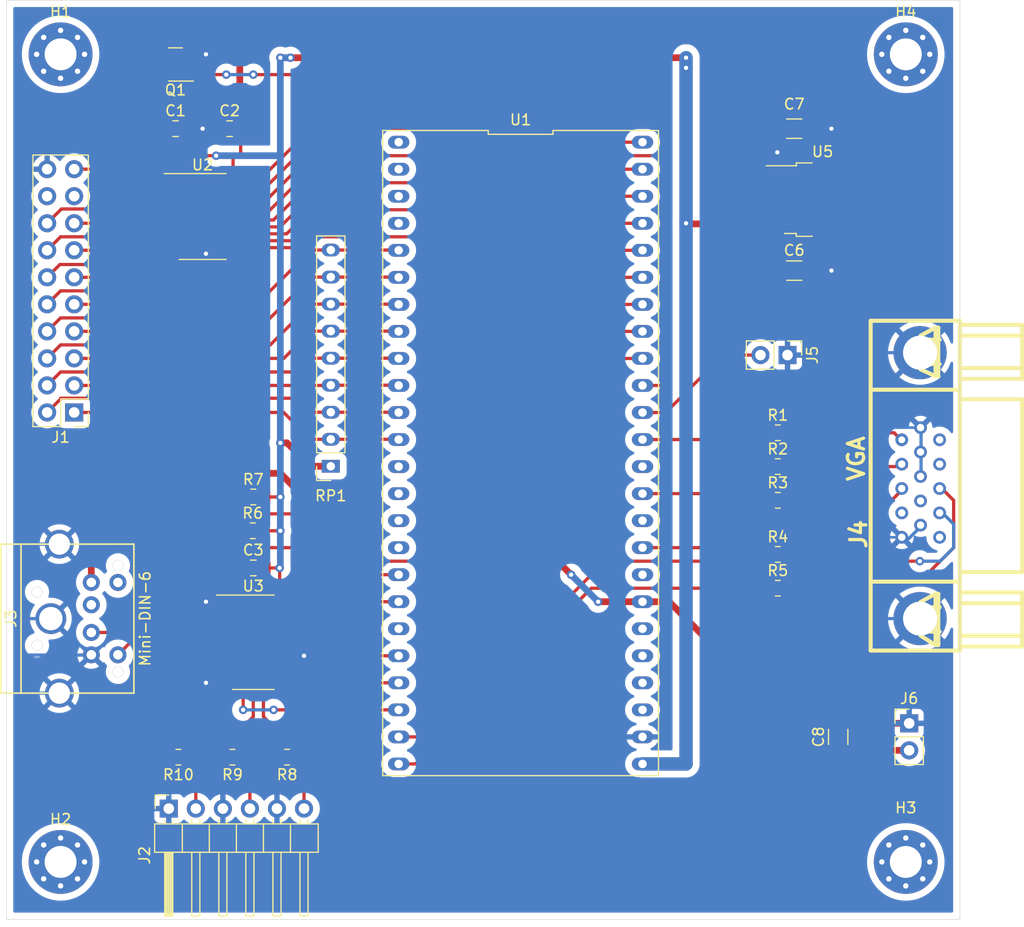
<source format=kicad_pcb>
(kicad_pcb (version 20211014) (generator pcbnew)
  (title_block (date "2022-07-04"))
  (layers (0 "F.Cu" signal) (31 "B.Cu" signal) (34 "B.Paste" user) (35 "F.Paste" user) (36 "B.SilkS" user "B.Silkscreen") (37 "F.SilkS" user "F.Silkscreen") (38 "B.Mask" user) (39 "F.Mask" user) (44 "Edge.Cuts" user))
  (net 0 "")
  (net 1 "+5V")
  (net 2 "GND")
  (net 3 "+3V3")
  (net 4 "D4")
  (net 5 "D7")
  (net 6 "D1")
  (net 7 "D6")
  (net 8 "A0")
  (net 9 "D3")
  (net 10 "A1")
  (net 11 "D5")
  (net 12 "D0")
  (net 13 "A4")
  (net 14 "D2")
  (net 15 "A3")
  (net 16 "A5")
  (net 17 "A7")
  (net 18 "A2")
  (net 19 "+1V8")
  (net 20 "Net-(J5-Pad2)")
  (net 21 "DD3")
  (net 22 "DD4")
  (net 23 "DD5")
  (net 24 "DD6")
  (net 25 "DD7")
  (net 26 "DD2")
  (net 27 "DD0")
  (net 28 "DD1")
  (net 29 "VIDEO_O")
  (net 30 "Net-(J4-Pad3)")
  (net 31 "Net-(J4-Pad2)")
  (net 32 "Net-(J4-Pad1)")
  (net 38 "Net-(J4-Pad13)")
  (net 39 "Net-(J4-Pad14)")
  (net 41 "VGA_RED")
  (net 42 "VGA_GREEN")
  (net 43 "VGA_BLUE")
  (net 44 "VGA_HSYNC")
  (net 45 "VGA_VSYNC")
  (net 50 "VSYNC_O")
  (net 51 "HSYNC_O")
  (net 55 "RST")
  (net 56 "VSYNC")
  (net 57 "VIDEO")
  (net 58 "HSYNC")
  (net 59 "HSYNCX")
  (net 60 "VIDEOX")
  (net 61 "VSYNCX")
  (net 62 "A6")
  (net 64 "RST_NX")
  (net 69 "PS2_CLK")
  (net 70 "PS2_DTA")
  (net 72 "DEN_N")
  (net 73 "RST_N")
  (footprint "Capacitor_SMD:C_0805_2012Metric_Pad1.18x1.45mm_HandSolder" (layer "F.Cu") (at 111.125 55.88)
    (fp_text reference "C2")
    (fp_text value "0.1uF")
  )
  (footprint "Capacitor_SMD:C_1206_3216Metric_Pad1.33x1.80mm_HandSolder" (layer "F.Cu") (at 164.1475 55.88)
    (fp_text reference "C7")
    (fp_text value "10u")
  )
  (footprint "MountingHole:MountingHole_3mm_Pad_Via" (layer "F.Cu") (at 174.625 124.7775)
    (fp_text reference "H3")
    (fp_text value "MountingHole")
  )
  (footprint "Resistor_SMD:R_0805_2012Metric_Pad1.20x1.40mm_HandSolder" (layer "F.Cu") (at 162.6075 99.06)
    (fp_text reference "R5")
    (fp_text value "200")
  )
  (footprint "TRS-IO-M1:DB_15F-VGA" (layer "F.Cu") (at 178.435 89.42324 90)
    (fp_text reference "J4")
    (fp_text value "VGA")
  )
  (footprint "Connector_PinHeader_2.54mm:PinHeader_1x02_P2.54mm_Vertical" (layer "F.Cu") (at 174.9425 111.755)
    (fp_text reference "J6")
    (fp_text value "Power")
  )
  (footprint "Package_SO:SO-14_3.9x8.65mm_P1.27mm" (layer "F.Cu") (at 113.3475 104.14)
    (fp_text reference "U3")
    (fp_text value "74LVC125")
  )
  (footprint "Package_TO_SOT_SMD:TO-252-3_TabPin2" (layer "F.Cu") (at 166.81 62.5475)
    (fp_text reference "U5")
    (fp_text value "LD1117DT18TR")
  )
  (footprint "Connector_PinHeader_2.54mm:PinHeader_2x10_P2.54mm_Vertical" (layer "F.Cu") (at 96.525 82.545 180)
    (fp_text reference "J1")
    (fp_text value "Keyboard")
  )
  (footprint "Capacitor_SMD:C_0805_2012Metric_Pad1.18x1.45mm_HandSolder" (layer "F.Cu") (at 106.045 55.88)
    (fp_text reference "C1")
    (fp_text value "0.1uF")
  )
  (footprint "Resistor_SMD:R_0805_2012Metric_Pad1.20x1.40mm_HandSolder" (layer "F.Cu") (at 113.3475 90.4875)
    (fp_text reference "R7")
    (fp_text value "2K")
  )
  (footprint "Resistor_SMD:R_0805_2012Metric_Pad1.20x1.40mm_HandSolder" (layer "F.Cu") (at 162.6075 90.805)
    (fp_text reference "R3")
    (fp_text value "200")
  )
  (footprint "TRS-80:minidin_6_ps2_pcb_mount" (layer "F.Cu") (at 95.885 101.9175 90)
    (fp_text reference "J3")
    (fp_text value "Mini-DIN-6")
  )
  (footprint "Capacitor_SMD:C_1206_3216Metric_Pad1.33x1.80mm_HandSolder" (layer "F.Cu") (at 168.275 113.03 90)
    (fp_text reference "C8")
    (fp_text value "10u")
  )
  (footprint "Connector_PinSocket_2.54mm:PinSocket_1x09_P2.54mm_Vertical" (layer "F.Cu") (at 120.6246 87.6046 180)
    (fp_text reference "RP1")
    (fp_text value "R 1kx8")
  )
  (footprint "MountingHole:MountingHole_3mm_Pad_Via" (layer "F.Cu") (at 95.25 48.895)
    (fp_text reference "H1")
    (fp_text value "MountingHole")
  )
  (footprint "Resistor_SMD:R_0805_2012Metric_Pad1.20x1.40mm_HandSolder" (layer "F.Cu") (at 162.6075 87.63)
    (fp_text reference "R2")
    (fp_text value "200")
  )
  (footprint "Capacitor_SMD:C_1206_3216Metric_Pad1.33x1.80mm_HandSolder" (layer "F.Cu") (at 164.1475 69.215)
    (fp_text reference "C6")
    (fp_text value "10u")
  )
  (footprint "Connector_PinHeader_2.54mm:PinHeader_1x06_P2.54mm_Horizontal" (layer "F.Cu") (at 105.41 128.5675 90)
    (fp_text reference "J2")
    (fp_text value "Conn_01x06_Male")
  )
  (footprint "MountingHole:MountingHole_3mm_Pad_Via" (layer "F.Cu") (at 95.25 124.7775)
    (fp_text reference "H2")
    (fp_text value "MountingHole")
  )
  (footprint "Resistor_SMD:R_0805_2012Metric_Pad1.20x1.40mm_HandSolder" (layer "F.Cu") (at 111.395 114.935 180)
    (fp_text reference "R9")
    (fp_text value "10k")
  )
  (footprint "Resistor_SMD:R_0805_2012Metric_Pad1.20x1.40mm_HandSolder" (layer "F.Cu") (at 162.6075 84.455)
    (fp_text reference "R1")
    (fp_text value "200")
  )
  (footprint "MountingHole:MountingHole_3mm_Pad_Via" (layer "F.Cu") (at 174.625 48.895)
    (fp_text reference "H4")
    (fp_text value "MountingHole")
  )
  (footprint "Resistor_SMD:R_0805_2012Metric_Pad1.20x1.40mm_HandSolder" (layer "F.Cu") (at 162.6075 95.885)
    (fp_text reference "R4")
    (fp_text value "200")
  )
  (footprint "Package_TO_SOT_SMD:SOT-23" (layer "F.Cu") (at 106.045 49.8475 180)
    (fp_text reference "Q1")
    (fp_text value "2N2702")
  )
  (footprint "Capacitor_SMD:C_0805_2012Metric_Pad1.18x1.45mm_HandSolder" (layer "F.Cu") (at 113.3475 97.155)
    (fp_text reference "C3")
    (fp_text value "0.1uF")
  )
  (footprint "Connector_PinHeader_2.54mm:PinHeader_1x02_P2.54mm_Vertical" (layer "F.Cu") (at 163.5175 77.1525 -90)
    (fp_text reference "J5")
    (fp_text value "Test")
  )
  (footprint "Resistor_SMD:R_0805_2012Metric_Pad1.20x1.40mm_HandSolder" (layer "F.Cu") (at 113.3 93.6625)
    (fp_text reference "R6")
    (fp_text value "2K")
  )
  (footprint "Package_SO:TSSOP-24_4.4x7.8mm_P0.65mm" (layer "F.Cu") (at 108.585 64.135)
    (fp_text reference "U2")
    (fp_text value "SN74LVCH8T245")
  )
  (footprint "Resistor_SMD:R_0805_2012Metric_Pad1.20x1.40mm_HandSolder" (layer "F.Cu") (at 116.5225 114.935 180)
    (fp_text reference "R8")
    (fp_text value "10k")
  )
  (footprint "Resistor_SMD:R_0805_2012Metric_Pad1.20x1.40mm_HandSolder" (layer "F.Cu") (at 106.315 114.935 180)
    (fp_text reference "R10")
    (fp_text value "10k")
  )
  (footprint "TRS-IO-M1:DIP-48_W22.9mm" (layer "F.Cu") (at 138.45 86.36 -90)
    (fp_text reference "U1")
    (fp_text value "Tango_Nano_9K")
  )
  (gr_line (start 90.17 43.815) (end 179.705 43.815) (layer "Edge.Cuts") (width 0.05))
  (gr_line (start 179.705 130.175) (end 90.17 130.175) (layer "Edge.Cuts") (width 0.05))
  (gr_line (start 179.705 43.815) (end 179.705 130.175) (layer "Edge.Cuts") (width 0.05))
  (gr_line (start 90.17 130.175) (end 90.17 43.815) (layer "Edge.Cuts") (width 0.05))
  (segment (start 106.68 88.265) (end 115.8875 88.265) (width 0.635) (layer "F.Cu") (net 1))
  (segment (start 98.1075 96.8375) (end 106.68 88.265) (width 0.635) (layer "F.Cu") (net 1))
  (segment (start 141.9225 96.52) (end 128.27 96.52) (width 0.635) (layer "F.Cu") (net 1))
  (segment (start 143.1925 97.79) (end 141.9225 96.52) (width 0.635) (layer "F.Cu") (net 1))
  (segment (start 152.4 100.33) (end 166.6625 114.5925) (width 0.635) (layer "F.Cu") (net 1))
  (segment (start 145.7325 100.33) (end 152.4 100.33) (width 0.635) (layer "F.Cu") (net 1))
  (segment (start 174.942502 114.294996) (end 168.572504 114.294996) (width 0.635) (layer "F.Cu") (net 1))
  (segment (start 124.1425 96.52) (end 125.4125 96.52) (width 0.635) (layer "F.Cu") (net 1))
  (segment (start 98.135 96.865) (end 98.1075 96.8375) (width 0.3048) (layer "F.Cu") (net 1))
  (segment (start 128.27 96.52) (end 125.4125 96.52) (width 0.3048) (layer "F.Cu") (net 1))
  (segment (start 115.8875 88.265) (end 124.1425 96.52) (width 0.635) (layer "F.Cu") (net 1))
  (segment (start 166.6625 114.5925) (end 168.275 114.5925) (width 0.635) (layer "F.Cu") (net 1))
  (segment (start 98.135008 98.517507) (end 98.135008 96.865008) (width 0.635) (layer "F.Cu") (net 1))
  (via (at 143.1925 97.79) (size 0.8) (drill 0.4) (layers "F.Cu" "B.Cu") (net 1))
  (via (at 145.7325 100.33) (size 0.8) (drill 0.4) (layers "F.Cu" "B.Cu") (net 1))
  (segment (start 145.7325 100.33) (end 143.1925 97.79) (width 0.635) (layer "B.Cu") (net 1))
  (segment (start 162.610013 60.267494) (end 162.610013 58.152513) (width 0.635) (layer "F.Cu") (net 2))
  (segment (start 105.722496 67.709999) (end 105.722496 67.059988) (width 0.3048) (layer "F.Cu") (net 2))
  (segment (start 105.41 115.03) (end 105.41 119.7675) (width 0.3048) (layer "F.Cu") (net 2))
  (segment (start 165.710006 69.215) (end 167.64 69.215) (width 0.635) (layer "F.Cu") (net 2))
  (segment (start 106.9825 48.8975) (end 108.9 48.8975) (width 0.3048) (layer "F.Cu") (net 2))
  (segment (start 115.57 114.9825) (end 115.57 119.7675) (width 0.3048) (layer "F.Cu") (net 2))
  (segment (start 107.397499 67.709999) (end 105.722496 67.709999) (width 0.3048) (layer "F.Cu") (net 2))
  (segment (start 108.9 48.8975) (end 108.9025 48.895) (width 0.3048) (layer "F.Cu") (net 2))
  (segment (start 110.8725 101.6) (end 112.395 101.6) (width 0.3048) (layer "F.Cu") (net 2))
  (segment (start 111.447504 67.709999) (end 107.397499 67.709999) (width 0.3048) (layer "F.Cu") (net 2))
  (segment (start 105.722496 61.210012) (end 107.397499 61.210012) (width 0.3048) (layer "F.Cu") (net 2))
  (segment (start 110.8725 104.14) (end 112.395 104.14) (width 0.3048) (layer "F.Cu") (net 2))
  (segment (start 110.49 115.03) (end 110.49 119.7675) (width 0.3048) (layer "F.Cu") (net 2))
  (segment (start 174.942502 111.754996) (end 168.562496 111.754996) (width 0.635) (layer "F.Cu") (net 2))
  (segment (start 112.395 98.7425) (end 112.395 97.24) (width 0.3048) (layer "F.Cu") (net 2))
  (segment (start 108.9025 100.33) (end 110.8725 100.33) (width 0.3048) (layer "F.Cu") (net 2))
  (segment (start 107.397499 61.210012) (end 107.397499 67.709999) (width 0.3048) (layer "F.Cu") (net 2))
  (segment (start 110.8725 100.33) (end 110.8725 101.6) (width 0.3048) (layer "F.Cu") (net 2))
  (segment (start 115.8225 105.41) (end 118.11 105.41) (width 0.3048) (layer "F.Cu") (net 2))
  (segment (start 162.61 58.1525) (end 162.56 58.1025) (width 0.3048) (layer "F.Cu") (net 2))
  (segment (start 110.8075 98.7425) (end 112.395 98.7425) (width 0.3048) (layer "F.Cu") (net 2))
  (segment (start 112.395 104.14) (end 112.395 101.6) (width 0.3048) (layer "F.Cu") (net 2))
  (segment (start 110.8075 100.265) (end 110.8075 98.7425) (width 0.3048) (layer "F.Cu") (net 2))
  (segment (start 108.9025 107.95) (end 110.8725 107.95) (width 0.3048) (layer "F.Cu") (net 2))
  (segment (start 112.395 101.6) (end 115.8225 101.6) (width 0.3048) (layer "F.Cu") (net 2))
  (segment (start 165.710006 55.88) (end 167.64 55.88) (width 0.635) (layer "F.Cu") (net 2))
  (segment (start 107.082488 55.88) (end 110.087512 55.88) (width 0.3048) (layer "F.Cu") (net 2))
  (via (at 108.9025 67.6275) (size 0.8) (drill 0.4) (layers "F.Cu" "B.Cu") (net 2))
  (via (at 162.56 58.1025) (size 0.8) (drill 0.4) (layers "F.Cu" "B.Cu") (net 2))
  (via (at 167.64 55.88) (size 0.8) (drill 0.4) (layers "F.Cu" "B.Cu") (net 2))
  (via (at 108.9025 107.95) (size 0.8) (drill 0.4) (layers "F.Cu" "B.Cu") (net 2))
  (via (at 108.585 55.88) (size 0.8) (drill 0.4) (layers "F.Cu" "B.Cu") (net 2))
  (via (at 108.9025 48.895) (size 0.8) (drill 0.4) (layers "F.Cu" "B.Cu") (net 2))
  (via (at 167.64 69.215) (size 0.8) (drill 0.4) (layers "F.Cu" "B.Cu") (net 2))
  (via (at 118.11 105.41) (size 0.8) (drill 0.4) (layers "F.Cu" "B.Cu") (net 2))
  (via (at 108.9025 100.33) (size 0.8) (drill 0.4) (layers "F.Cu" "B.Cu") (net 2))
  (segment (start 108.9025 46.0375) (end 100.0125 46.0375) (width 0.3048) (layer "B.Cu") (net 2))
  (segment (start 115.57 127) (end 110.49 127) (width 0.3048) (layer "B.Cu") (net 2))
  (segment (start 174.2446 94.2721) (end 171.4754 94.2721) (width 0.25) (layer "B.Cu") (net 2))
  (segment (start 93.985 54.2975) (end 93.985 59.685) (width 0.3048) (layer "B.Cu") (net 2))
  (segment (start 171.45 83.82) (end 171.45 94.2975) (width 0.3048) (layer "B.Cu") (net 2))
  (segment (start 167.64 69.215) (end 171.45 69.215) (width 0.3048) (layer "B.Cu") (net 2))
  (segment (start 110.49 119.7675) (end 110.49 127) (width 0.3048) (layer "B.Cu") (net 2))
  (segment (start 174.91634 94.38386) (end 176.0568 93.2434) (width 0.3048) (layer "B.Cu") (net 2))
  (segment (start 98.113079 105.339421) (end 91.686921 105.339421) (width 0.3048) (layer "B.Cu") (net 2))
  (segment (start 108.9025 67.6275) (end 108.9025 100.33) (width 0.3048) (layer "B.Cu") (net 2))
  (segment (start 167.64 55.88) (end 171.45 55.88) (width 0.3048) (layer "B.Cu") (net 2))
  (segment (start 170.18 120.9675) (end 170.18 127) (width 0.3048) (layer "B.Cu") (net 2))
  (segment (start 108.9025 48.895) (end 108.9025 55.88) (width 0.3048) (layer "B.Cu") (net 2))
  (segment (start 171.59732 83.96732) (end 171.45 83.82) (width 0.25) (layer "B.Cu") (net 2))
  (segment (start 170.18 127) (end 146.05 127) (width 0.3048) (layer "B.Cu") (net 2))
  (segment (start 171.45 77.1525) (end 171.45 76.835) (width 0.3048) (layer "B.Cu") (net 2))
  (segment (start 108.9025 100.33) (end 108.9025 105.41) (width 0.3048) (layer "B.Cu") (net 2))
  (segment (start 171.45 55.88) (end 171.45 58.1025) (width 0.3048) (layer "B.Cu") (net 2))
  (segment (start 91.44 119.0625) (end 91.44 108.9025) (width 0.3048) (layer "B.Cu") (net 2))
  (segment (start 95.135 94.9175) (end 91.455 94.9175) (width 0.3048) (layer "B.Cu") (net 2))
  (segment (start 110.49 127) (end 105.41 127) (width 0.3048) (layer "B.Cu") (net 2))
  (segment (start 163.5175 77.1525) (end 171.45 77.1525) (width 0.3048) (layer "B.Cu") (net 2))
  (segment (start 91.455 104.79) (end 91.44 104.775) (width 0.3048) (layer "B.Cu") (net 2))
  (segment (start 174.9425 111.755) (end 171.455 111.755) (width 0.3048) (layer "B.Cu") (net 2))
  (segment (start 108.9025 55.88) (end 108.9025 67.6275) (width 0.3048) (layer "B.Cu") (net 2))
  (segment (start 95.135 108.9175) (end 91.455 108.9175) (width 0.3048) (layer "B.Cu") (net 2))
  (segment (start 91.44 101.2825) (end 91.44 97.79) (width 0.3048) (layer "B.Cu") (net 2))
  (segment (start 91.455 108.9175) (end 91.44 108.9025) (width 0.3048) (layer "B.Cu") (net 2))
  (segment (start 171.45 94.2975) (end 171.45 101.9175) (width 0.3048) (layer "B.Cu") (net 2))
  (segment (start 91.44 104.775) (end 91.44 101.9175) (width 0.3048) (layer "B.Cu") (net 2))
  (segment (start 171.54398 76.92898) (end 171.45 76.835) (width 0.25) (layer "B.Cu") (net 2))
  (segment (start 105.41 119.7675) (end 105.41 127) (width 0.3048) (layer "B.Cu") (net 2))
  (segment (start 171.45 76.835) (end 171.45 69.215) (width 0.3048) (layer "B.Cu") (net 2))
  (segment (start 176.0568 88.6714) (end 176.0568 84.07908) (width 0.3048) (layer "B.Cu") (net 2))
  (segment (start 146.05 113.03) (end 146.05 127) (width 0.3048) (layer "B.Cu") (net 2))
  (segment (start 175.96358 101.9175) (end 171.45 101.9175) (width 0.3048) (layer "B.Cu") (net 2))
  (segment (start 175.96358 76.92898) (end 171.54398 76.92898) (width 0.3048) (layer "B.Cu") (net 2))
  (segment (start 91.44 108.9025) (end 91.44 105.0925) (width 0.3048) (layer "B.Cu") (net 2))
  (segment (start 162.56 58.1025) (end 171.45 58.1025) (width 0.3048) (layer "B.Cu") (net 2))
  (segment (start 176.0093 83.96732) (end 171.59732 83.96732) (width 0.25) (layer "B.Cu") (net 2))
  (segment (start 170.18 53.0225) (end 170.18 46.0375) (width 0.3048) (layer "B.Cu") (net 2))
  (segment (start 91.44 105.0925) (end 91.44 104.775) (width 0.3048) (layer "B.Cu") (net 2))
  (segment (start 91.686921 105.339421) (end 91.44 105.0925) (width 0.3048) (layer "B.Cu") (net 2))
  (segment (start 108.9025 46.0375) (end 108.9025 48.895) (width 0.3048) (layer "B.Cu") (net 2))
  (segment (start 171.45 77.1525) (end 171.45 83.82) (width 0.3048) (layer "B.Cu") (net 2))
  (segment (start 171.45 69.215) (end 171.45 58.1025) (width 0.3048) (layer "B.Cu") (net 2))
  (segment (start 100.0125 46.0375) (end 100.0125 54.2925) (width 0.3048) (layer "B.Cu") (net 2))
  (segment (start 170.18 46.0375) (end 108.9025 46.0375) (width 0.3048) (layer "B.Cu") (net 2))
  (segment (start 171.45 111.76) (end 171.45 120.9675) (width 0.3048) (layer "B.Cu") (net 2))
  (segment (start 94.335 101.9175) (end 91.44 101.9175) (width 0.3048) (layer "B.Cu") (net 2))
  (segment (start 93.98 54.2925) (end 93.985 54.2975) (width 0.3048) (layer "B.Cu") (net 2))
  (segment (start 91.455 94.9175) (end 91.44 94.9325) (width 0.3048) (layer "B.Cu") (net 2))
  (segment (start 149.9 113.03) (end 146.05 113.03) (width 0.3048) (layer "B.Cu") (net 2))
  (segment (start 146.05 127) (end 115.57 127) (width 0.3048) (layer "B.Cu") (net 2))
  (segment (start 171.45 101.9175) (end 171.45 111.76) (width 0.3048) (layer "B.Cu") (net 2))
  (segment (start 100.0125 119.0625) (end 91.44 119.0625) (width 0.3048) (layer "B.Cu") (net 2))
  (segment (start 91.44 97.79) (end 91.44 94.9325) (width 0.3048) (layer "B.Cu") (net 2))
  (segment (start 174.2921 94.38386) (end 174.91634 94.38386) (width 0.3048) (layer "B.Cu") (net 2))
  (segment (start 115.57 119.7675) (end 115.57 127) (width 0.3048) (layer "B.Cu") (net 2))
  (segment (start 100.0125 127) (end 100.0125 119.0625) (width 0.3048) (layer "B.Cu") (net 2))
  (segment (start 91.44 101.9175) (end 91.44 101.2825) (width 0.3048) (layer "B.Cu") (net 2))
  (segment (start 100.0125 54.2925) (end 93.98 54.2925) (width 0.3048) (layer "B.Cu") (net 2))
  (segment (start 171.4754 94.2721) (end 171.45 94.2975) (width 0.25) (layer "B.Cu") (net 2))
  (segment (start 171.45 120.9675) (end 170.18 120.9675) (width 0.3048) (layer "B.Cu") (net 2))
  (segment (start 105.41 127) (end 100.0125 127) (width 0.3048) (layer "B.Cu") (net 2))
  (segment (start 171.455 111.755) (end 171.45 111.76) (width 0.3048) (layer "B.Cu") (net 2))
  (segment (start 118.11 105.41) (end 108.9025 105.41) (width 0.3048) (layer "B.Cu") (net 2))
  (segment (start 171.45 53.0225) (end 170.18 53.0225) (width 0.3048) (layer "B.Cu") (net 2))
  (segment (start 108.9025 55.88) (end 108.585 55.88) (width 0.3048) (layer "B.Cu") (net 2))
  (segment (start 171.45 55.88) (end 171.45 53.0225) (width 0.3048) (layer "B.Cu") (net 2))
  (segment (start 108.9025 105.41) (end 108.9025 107.95) (width 0.3048) (layer "B.Cu") (net 2))
  (segment (start 153.9875 49.2125) (end 153.9875 50.165) (width 0.635) (layer "F.Cu") (net 3))
  (segment (start 153.9875 49.2125) (end 115.8875 49.2125) (width 0.635) (layer "F.Cu") (net 3))
  (segment (start 120.6246 87.6046) (end 118.7196 87.6046) (width 0.635) (layer "F.Cu") (net 3))
  (segment (start 162.610013 64.827506) (end 154.045006 64.827506) (width 0.635) (layer "F.Cu") (net 3))
  (segment (start 105.7275 58.42) (end 109.855 58.42) (width 0.3048) (layer "F.Cu") (net 3))
  (segment (start 105.722496 60.560001) (end 105.722496 58.425004) (width 0.3048) (layer "F.Cu") (net 3))
  (segment (start 115.8225 100.33) (end 115.8225 97.155) (width 0.3048) (layer "F.Cu") (net 3))
  (segment (start 116.5225 85.4075) (end 115.8875 85.4075) (width 0.635) (layer "F.Cu") (net 3))
  (segment (start 162.610013 69.190006) (end 162.610013 64.827506) (width 0.635) (layer "F.Cu") (net 3))
  (segment (start 105.007512 58.335012) (end 105.007512 55.88) (width 0.3048) (layer "F.Cu") (net 3))
  (segment (start 105.0925 58.42) (end 105.0075 58.335) (width 0.25) (layer "F.Cu") (net 3))
  (segment (start 114.3 93.6625) (end 115.8875 93.6625) (width 0.3048) (layer "F.Cu") (net 3))
  (segment (start 154.045 64.8275) (end 153.9875 64.77) (width 0.3048) (layer "F.Cu") (net 3))
  (segment (start 114.385 97.155) (end 115.8225 97.155) (width 0.3048) (layer "F.Cu") (net 3))
  (segment (start 105.7275 58.42) (end 105.0925 58.42) (width 0.3048) (layer "F.Cu") (net 3))
  (segment (start 118.7196 87.6046) (end 116.5225 85.4075) (width 0.635) (layer "F.Cu") (net 3))
  (segment (start 105.7225 58.425) (end 105.7275 58.42) (width 0.25) (layer "F.Cu") (net 3))
  (segment (start 114.3475 90.4875) (end 115.8875 90.4875) (width 0.3048) (layer "F.Cu") (net 3))
  (via (at 115.8875 90.4875) (size 0.8) (drill 0.4) (layers "F.Cu" "B.Cu") (net 3))
  (via (at 115.8875 85.4075) (size 0.8) (drill 0.4) (layers "F.Cu" "B.Cu") (net 3))
  (via (at 116.84 49.2125) (size 0.8) (drill 0.4) (layers "F.Cu" "B.Cu") (net 3))
  (via (at 109.855 58.42) (size 0.8) (drill 0.4) (layers "F.Cu" "B.Cu") (net 3))
  (via (at 115.8875 49.2125) (size 0.8) (drill 0.4) (layers "F.Cu" "B.Cu") (net 3))
  (via (at 115.8875 93.6625) (size 0.8) (drill 0.4) (layers "F.Cu" "B.Cu") (net 3))
  (via (at 153.9875 50.165) (size 0.8) (drill 0.4) (layers "F.Cu" "B.Cu") (net 3))
  (via (at 153.9875 49.2125) (size 0.8) (drill 0.4) (layers "F.Cu" "B.Cu") (net 3))
  (via (at 153.9875 64.77) (size 0.8) (drill 0.4) (layers "F.Cu" "B.Cu") (net 3))
  (via (at 115.8225 97.155) (size 0.8) (drill 0.4) (layers "F.Cu" "B.Cu") (net 3))
  (segment (start 109.855 58.42) (end 115.8875 58.42) (width 0.635) (layer "B.Cu") (net 3))
  (segment (start 115.8875 97.09) (end 115.8225 97.155) (width 0.635) (layer "B.Cu") (net 3))
  (segment (start 153.9875 64.77) (end 153.9875 49.2125) (width 1.27) (layer "B.Cu") (net 3))
  (segment (start 115.8875 85.4075) (end 115.8875 58.42) (width 0.635) (layer "B.Cu") (net 3))
  (segment (start 115.8875 58.42) (end 115.8875 49.2125) (width 0.635) (layer "B.Cu") (net 3))
  (segment (start 115.8875 49.2125) (end 116.84 49.2125) (width 0.635) (layer "B.Cu") (net 3))
  (segment (start 115.8875 85.4075) (end 115.8875 97.09) (width 0.635) (layer "B.Cu") (net 3))
  (segment (start 153.9875 115.57) (end 153.9875 64.77) (width 1.27) (layer "B.Cu") (net 3))
  (segment (start 149.900005 115.57) (end 153.9875 115.57) (width 1.27) (layer "B.Cu") (net 3))
  (segment (start 101.925 63.81) (end 105.7225 63.81) (width 0.3048) (layer "F.Cu") (net 4))
  (segment (start 98.43 67.305) (end 101.925 63.81) (width 0.3048) (layer "F.Cu") (net 4))
  (segment (start 96.525 67.305) (end 98.43 67.305) (width 0.3048) (layer "F.Cu") (net 4))
  (segment (start 93.985 64.765) (end 95.323089 63.426911) (width 0.3048) (layer "F.Cu") (net 5))
  (segment (start 100.065 61.86) (end 105.7225 61.86) (width 0.3048) (layer "F.Cu") (net 5))
  (segment (start 98.425 63.5) (end 100.065 61.86) (width 0.3048) (layer "F.Cu") (net 5))
  (segment (start 95.323089 63.426911) (end 98.351911 63.426911) (width 0.3048) (layer "F.Cu") (net 5))
  (segment (start 98.351911 63.426911) (end 98.425 63.5) (width 0.3048) (layer "F.Cu") (net 5))
  (segment (start 93.985 72.385) (end 95.25 71.12) (width 0.3048) (layer "F.Cu") (net 6))
  (segment (start 98.425 71.12) (end 103.785 65.76) (width 0.3048) (layer "F.Cu") (net 6))
  (segment (start 95.25 71.12) (end 98.425 71.12) (width 0.3048) (layer "F.Cu") (net 6))
  (segment (start 103.785 65.76) (end 105.7225 65.76) (width 0.3048) (layer "F.Cu") (net 6))
  (segment (start 98.42 64.765) (end 98.425 64.77) (width 0.3048) (layer "F.Cu") (net 7))
  (segment (start 96.525 64.765) (end 98.42 64.765) (width 0.3048) (layer "F.Cu") (net 7))
  (segment (start 98.425 64.77) (end 100.685 62.51) (width 0.3048) (layer "F.Cu") (net 7))
  (segment (start 100.685 62.51) (end 105.7225 62.51) (width 0.3048) (layer "F.Cu") (net 7))
  (segment (start 118.7704 85.0646) (end 120.6246 85.0646) (width 0.3048) (layer "F.Cu") (net 8))
  (segment (start 120.6246 85.0646) (end 126.9746 85.0646) (width 0.3048) (layer "F.Cu") (net 8))
  (segment (start 96.525 82.545) (end 116.2 82.545) (width 0.3048) (layer "F.Cu") (net 8))
  (segment (start 116.2 82.545) (end 118.745 85.09) (width 0.3048) (layer "F.Cu") (net 8))
  (segment (start 118.745 85.09) (end 118.7704 85.0646) (width 0.3048) (layer "F.Cu") (net 8))
  (segment (start 98.361911 68.643089) (end 102.5525 64.4525) (width 0.3048) (layer "F.Cu") (net 9))
  (segment (start 93.985 69.845) (end 95.186911 68.643089) (width 0.3048) (layer "F.Cu") (net 9))
  (segment (start 102.5525 64.4525) (end 105.715 64.4525) (width 0.3048) (layer "F.Cu") (net 9))
  (segment (start 95.186911 68.643089) (end 98.361911 68.643089) (width 0.3048) (layer "F.Cu") (net 9))
  (segment (start 120.6246 82.5246) (end 126.9746 82.5246) (width 0.3048) (layer "F.Cu") (net 10))
  (segment (start 95.25 81.206911) (end 117.401911 81.206911) (width 0.3048) (layer "F.Cu") (net 10))
  (segment (start 93.985 82.545) (end 95.25 81.28) (width 0.3048) (layer "F.Cu") (net 10))
  (segment (start 117.401911 81.206911) (end 118.745 82.55) (width 0.3048) (layer "F.Cu") (net 10))
  (segment (start 118.745 82.55) (end 118.7704 82.5246) (width 0.3048) (layer "F.Cu") (net 10))
  (segment (start 118.7704 82.5246) (end 120.6246 82.5246) (width 0.3048) (layer "F.Cu") (net 10))
  (segment (start 95.25 66.04) (end 98.425 66.04) (width 0.3048) (layer "F.Cu") (net 11))
  (segment (start 98.425 66.04) (end 101.305 63.16) (width 0.3048) (layer "F.Cu") (net 11))
  (segment (start 101.305 63.16) (end 105.7225 63.16) (width 0.3048) (layer "F.Cu") (net 11))
  (segment (start 93.985 67.305) (end 95.25 66.04) (width 0.3048) (layer "F.Cu") (net 11))
  (segment (start 96.525 72.385) (end 98.43 72.385) (width 0.3048) (layer "F.Cu") (net 12))
  (segment (start 104.405 66.41) (end 105.7225 66.41) (width 0.3048) (layer "F.Cu") (net 12))
  (segment (start 98.43 72.385) (end 104.405 66.41) (width 0.3048) (layer "F.Cu") (net 12))
  (segment (start 118.7704 74.9046) (end 120.6246 74.9046) (width 0.3048) (layer "F.Cu") (net 13))
  (segment (start 120.6246 74.9046) (end 126.9746 74.9046) (width 0.3048) (layer "F.Cu") (net 13))
  (segment (start 116.21 77.465) (end 118.7704 74.9046) (width 0.3048) (layer "F.Cu") (net 13))
  (segment (start 96.525 77.465) (end 116.21 77.465) (width 0.3048) (layer "F.Cu") (net 13))
  (segment (start 103.1875 65.0875) (end 105.7 65.0875) (width 0.3048) (layer "F.Cu") (net 14))
  (segment (start 96.525 69.845) (end 98.42 69.845) (width 0.3048) (layer "F.Cu") (net 14))
  (segment (start 98.42 69.845) (end 98.425 69.85) (width 0.3048) (layer "F.Cu") (net 14))
  (segment (start 98.425 69.85) (end 103.1875 65.0875) (width 0.3048) (layer "F.Cu") (net 14))
  (segment (start 95.25 78.74) (end 117.475 78.74) (width 0.3048) (layer "F.Cu") (net 15))
  (segment (start 117.475 78.74) (end 118.7704 77.4446) (width 0.3048) (layer "F.Cu") (net 15))
  (segment (start 93.985 80.005) (end 95.25 78.74) (width 0.3048) (layer "F.Cu") (net 15))
  (segment (start 118.7704 77.4446) (end 120.6246 77.4446) (width 0.3048) (layer "F.Cu") (net 15))
  (segment (start 120.6246 77.4446) (end 126.9746 77.4446) (width 0.3048) (layer "F.Cu") (net 15))
  (segment (start 118.7704 72.3646) (end 120.6246 72.3646) (width 0.3048) (layer "F.Cu") (net 16))
  (segment (start 114.935 76.2) (end 118.7704 72.3646) (width 0.3048) (layer "F.Cu") (net 16))
  (segment (start 120.6246 72.3646) (end 126.9746 72.3646) (width 0.3048) (layer "F.Cu") (net 16))
  (segment (start 93.985 77.465) (end 95.25 76.2) (width 0.3048) (layer "F.Cu") (net 16))
  (segment (start 95.25 76.2) (end 114.935 76.2) (width 0.3048) (layer "F.Cu") (net 16))
  (segment (start 112.395 73.66) (end 118.7704 67.2846) (width 0.3048) (layer "F.Cu") (net 17))
  (segment (start 93.985 74.925) (end 95.25 73.66) (width 0.3048) (layer "F.Cu") (net 17))
  (segment (start 120.6246 67.2846) (end 126.9746 67.2846) (width 0.3048) (layer "F.Cu") (net 17))
  (segment (start 95.25 73.66) (end 112.395 73.66) (width 0.3048) (layer "F.Cu") (net 17))
  (segment (start 118.7704 67.2846) (end 120.6246 67.2846) (width 0.3048) (layer "F.Cu") (net 17))
  (segment (start 120.6246 79.9846) (end 126.9746 79.9846) (width 0.3048) (layer "F.Cu") (net 18))
  (segment (start 96.525 80.005) (end 120.6042 80.005) (width 0.3048) (layer "F.Cu") (net 18))
  (segment (start 111.4425 58.42) (end 112.0775 58.42) (width 0.3048) (layer "F.Cu") (net 19))
  (segment (start 111.4475 58.425) (end 111.4425 58.42) (width 0.3048) (layer "F.Cu") (net 19))
  (segment (start 111.4475 61.21) (end 111.4475 60.56) (width 0.3048) (layer "F.Cu") (net 19))
  (segment (start 112.1625 58.335) (end 112.1625 55.88) (width 0.3048) (layer "F.Cu") (net 19))
  (segment (start 112.0775 58.42) (end 112.1625 58.335) (width 0.3048) (layer "F.Cu") (net 19))
  (segment (start 111.4475 60.56) (end 111.4475 58.425) (width 0.3048) (layer "F.Cu") (net 19))
  (segment (start 160.02 62.5475) (end 160.02 55.88) (width 0.635) (layer "F.Cu") (net 19))
  (segment (start 160.02 55.88) (end 160.02 47.625) (width 0.635) (layer "F.Cu") (net 19))
  (segment (start 112.0775 47.625) (end 112.0775 55.795012) (width 0.635) (layer "F.Cu") (net 19))
  (segment (start 162.610013 62.5475) (end 160.02 62.5475) (width 0.635) (layer "F.Cu") (net 19))
  (segment (start 162.584994 55.88) (end 160.02 55.88) (width 0.635) (layer "F.Cu") (net 19))
  (segment (start 168.91 62.5475) (end 162.610013 62.5475) (width 0.635) (layer "F.Cu") (net 19))
  (segment (start 160.02 47.625) (end 112.0775 47.625) (width 0.635) (layer "F.Cu") (net 19))
  (segment (start 149.9 82.55) (end 152.0825 82.55) (width 0.3048) (layer "F.Cu") (net 20))
  (segment (start 157.48 77.1525) (end 160.9775 77.1525) (width 0.3048) (layer "F.Cu") (net 20))
  (segment (start 152.0825 82.55) (end 157.48 77.1525) (width 0.3048) (layer "F.Cu") (net 20))
  (segment (start 141.605 69.85) (end 149.9 69.85) (width 0.3048) (layer "F.Cu") (net 21))
  (segment (start 115.865 65.11) (end 122.555 58.42) (width 0.3048) (layer "F.Cu") (net 21))
  (segment (start 130.175 58.42) (end 141.605 69.85) (width 0.3048) (layer "F.Cu") (net 21))
  (segment (start 111.4475 65.11) (end 115.865 65.11) (width 0.3048) (layer "F.Cu") (net 21))
  (segment (start 122.555 58.42) (end 130.175 58.42) (width 0.3048) (layer "F.Cu") (net 21))
  (segment (start 123.825 55.88) (end 129.54 55.88) (width 0.3048) (layer "F.Cu") (net 22))
  (segment (start 111.4475 64.46) (end 115.245 64.46) (width 0.3048) (layer "F.Cu") (net 22))
  (segment (start 115.245 64.46) (end 123.825 55.88) (width 0.3048) (layer "F.Cu") (net 22))
  (segment (start 140.97 67.31) (end 149.9 67.31) (width 0.3048) (layer "F.Cu") (net 22))
  (segment (start 129.54 55.88) (end 140.97 67.31) (width 0.3048) (layer "F.Cu") (net 22))
  (segment (start 123.5075 54.9275) (end 130.4925 54.9275) (width 0.3048) (layer "F.Cu") (net 23))
  (segment (start 114.625 63.81) (end 123.5075 54.9275) (width 0.3048) (layer "F.Cu") (net 23))
  (segment (start 140.335 64.77) (end 149.9 64.77) (width 0.3048) (layer "F.Cu") (net 23))
  (segment (start 111.4475 63.81) (end 114.625 63.81) (width 0.3048) (layer "F.Cu") (net 23))
  (segment (start 130.4925 54.9275) (end 140.335 64.77) (width 0.3048) (layer "F.Cu") (net 23))
  (segment (start 123.19 53.975) (end 131.445 53.975) (width 0.3048) (layer "F.Cu") (net 24))
  (segment (start 111.4475 63.16) (end 114.005 63.16) (width 0.3048) (layer "F.Cu") (net 24))
  (segment (start 131.445 53.975) (end 139.7 62.23) (width 0.3048) (layer "F.Cu") (net 24))
  (segment (start 114.005 63.16) (end 123.19 53.975) (width 0.3048) (layer "F.Cu") (net 24))
  (segment (start 139.7 62.23) (end 149.9 62.23) (width 0.3048) (layer "F.Cu") (net 24))
  (segment (start 122.8725 53.0225) (end 132.3975 53.0225) (width 0.3048) (layer "F.Cu") (net 25))
  (segment (start 132.3975 53.0225) (end 139.065 59.69) (width 0.3048) (layer "F.Cu") (net 25))
  (segment (start 139.065 59.69) (end 149.9 59.69) (width 0.3048) (layer "F.Cu") (net 25))
  (segment (start 111.4475 62.51) (end 113.385 62.51) (width 0.3048) (layer "F.Cu") (net 25))
  (segment (start 113.385 62.51) (end 122.8725 53.0225) (width 0.3048) (layer "F.Cu") (net 25))
  (segment (start 111.4475 65.76) (end 116.485 65.76) (width 0.3048) (layer "F.Cu") (net 26))
  (segment (start 116.485 65.76) (end 121.285 60.96) (width 0.3048) (layer "F.Cu") (net 26))
  (segment (start 142.24 72.39) (end 149.9 72.39) (width 0.3048) (layer "F.Cu") (net 26))
  (segment (start 130.81 60.96) (end 142.24 72.39) (width 0.3048) (layer "F.Cu") (net 26))
  (segment (start 121.285 60.96) (end 130.81 60.96) (width 0.3048) (layer "F.Cu") (net 26))
  (segment (start 117.725 67.06) (end 118.745 66.04) (width 0.3048) (layer "F.Cu") (net 27))
  (segment (start 111.4475 67.06) (end 117.725 67.06) (width 0.3048) (layer "F.Cu") (net 27))
  (segment (start 118.745 66.04) (end 132.08 66.04) (width 0.3048) (layer "F.Cu") (net 27))
  (segment (start 132.08 66.04) (end 143.51 77.47) (width 0.3048) (layer "F.Cu") (net 27))
  (segment (start 143.51 77.47) (end 149.9 77.47) (width 0.3048) (layer "F.Cu") (net 27))
  (segment (start 131.445 63.5) (end 142.875 74.93) (width 0.3048) (layer "F.Cu") (net 28))
  (segment (start 111.4475 66.41) (end 117.105 66.41) (width 0.3048) (layer "F.Cu") (net 28))
  (segment (start 120.015 63.5) (end 131.445 63.5) (width 0.3048) (layer "F.Cu") (net 28))
  (segment (start 142.875 74.93) (end 149.9 74.93) (width 0.3048) (layer "F.Cu") (net 28))
  (segment (start 117.105 66.41) (end 120.015 63.5) (width 0.3048) (layer "F.Cu") (net 28))
  (segment (start 163.6075 90.805) (end 173.2888 90.805) (width 0.3048) (layer "F.Cu") (net 30))
  (segment (start 173.2888 90.805) (end 174.2921 89.8017) (width 0.3048) (layer "F.Cu") (net 30))
  (segment (start 163.6075 87.63) (end 174.6725 87.63) (width 0.3048) (layer "F.Cu") (net 31))
  (segment (start 163.6075 84.455) (end 173.52248 84.455) (width 0.3048) (layer "F.Cu") (net 32))
  (segment (start 173.52248 84.455) (end 174.2921 85.22462) (width 0.3048) (layer "F.Cu") (net 32))
  (segment (start 171.4975 98.425) (end 175.9425 98.425) (width 0.3048) (layer "F.Cu") (net 38))
  (segment (start 179.1175 90.805) (end 178.11674 89.80424) (width 0.3048) (layer "F.Cu") (net 38))
  (segment (start 179.1175 95.25) (end 179.1175 90.805) (width 0.3048) (layer "F.Cu") (net 38))
  (segment (start 170.8625 99.06) (end 171.4975 98.425) (width 0.3048) (layer "F.Cu") (net 38))
  (segment (start 175.9425 98.425) (end 179.1175 95.25) (width 0.3048) (layer "F.Cu") (net 38))
  (segment (start 163.6075 99.06) (end 170.8625 99.06) (width 0.3048) (layer "F.Cu") (net 38))
  (segment (start 164.2425 96.52) (end 175.9425 96.52) (width 0.3048) (layer "F.Cu") (net 39))
  (segment (start 163.6075 95.885) (end 164.2425 96.52) (width 0.3048) (layer "F.Cu") (net 39))
  (via (at 175.9425 96.52) (size 0.8) (drill 0.4) (layers "F.Cu" "B.Cu") (net 39))
  (segment (start 177.8475 96.52) (end 179.1175 95.25) (width 0.3048) (layer "B.Cu") (net 39))
  (segment (start 175.9425 96.52) (end 177.8475 96.52) (width 0.3048) (layer "B.Cu") (net 39))
  (segment (start 179.1175 93.03736) (end 178.17546 92.09532) (width 0.3048) (layer "B.Cu") (net 39))
  (segment (start 179.1175 95.25) (end 179.1175 93.03736) (width 0.3048) (layer "B.Cu") (net 39))
  (segment (start 159.385 84.455) (end 161.6075 84.455) (width 0.3048) (layer "F.Cu") (net 41))
  (segment (start 149.9 85.09) (end 158.75 85.09) (width 0.3048) (layer "F.Cu") (net 41))
  (segment (start 158.75 85.09) (end 159.385 84.455) (width 0.3048) (layer "F.Cu") (net 41))
  (segment (start 149.9 90.17) (end 157.1625 90.17) (width 0.3048) (layer "F.Cu") (net 42))
  (segment (start 157.1625 90.17) (end 159.7025 87.63) (width 0.3048) (layer "F.Cu") (net 42))
  (segment (start 159.7025 87.63) (end 161.6075 87.63) (width 0.3048) (layer "F.Cu") (net 42))
  (segment (start 149.9 95.25) (end 155.2575 95.25) (width 0.3048) (layer "F.Cu") (net 43))
  (segment (start 159.7025 90.805) (end 161.6075 90.805) (width 0.3048) (layer "F.Cu") (net 43))
  (segment (start 155.2575 95.25) (end 159.7025 90.805) (width 0.3048) (layer "F.Cu") (net 43))
  (segment (start 128.5875 115.57) (end 145.0975 99.06) (width 0.3048) (layer "F.Cu") (net 44))
  (segment (start 145.0975 99.06) (end 161.6075 99.06) (width 0.3048) (layer "F.Cu") (net 44))
  (segment (start 127 115.57) (end 128.5875 115.57) (width 0.3048) (layer "F.Cu") (net 44))
  (segment (start 156.5275 95.885) (end 161.6075 95.885) (width 0.3048) (layer "F.Cu") (net 45))
  (segment (start 129.8575 113.03) (end 146.3675 96.52) (width 0.3048) (layer "F.Cu") (net 45))
  (segment (start 127 113.03) (end 129.8575 113.03) (width 0.3048) (layer "F.Cu") (net 45))
  (segment (start 155.8925 96.52) (end 156.5275 95.885) (width 0.3048) (layer "F.Cu") (net 45))
  (segment (start 146.3675 96.52) (end 155.8925 96.52) (width 0.3048) (layer "F.Cu") (net 45))
  (segment (start 133.985 50.8) (end 140.335 57.15) (width 0.3048) (layer "F.Cu") (net 55))
  (segment (start 110.805 50.7975) (end 110.8075 50.8) (width 0.3048) (layer "F.Cu") (net 55))
  (segment (start 140.335 57.15) (end 149.9 57.15) (width 0.3048) (layer "F.Cu") (net 55))
  (segment (start 113.3475 50.8) (end 133.985 50.8) (width 0.3048) (layer "F.Cu") (net 55))
  (segment (start 106.9825 50.7975) (end 110.805 50.7975) (width 0.3048) (layer "F.Cu") (net 55))
  (via (at 110.8075 50.8) (size 0.8) (drill 0.4) (layers "F.Cu" "B.Cu") (net 55))
  (via (at 113.3475 50.8) (size 0.8) (drill 0.4) (layers "F.Cu" "B.Cu") (net 55))
  (segment (start 110.8075 50.8) (end 113.3475 50.8) (width 0.3048) (layer "B.Cu") (net 55))
  (segment (start 112.395 116.5225) (end 113.03 117.1575) (width 0.3048) (layer "F.Cu") (net 56))
  (segment (start 113.03 117.1575) (end 113.03 119.7675) (width 0.3048) (layer "F.Cu") (net 56))
  (segment (start 113.3475 103.505) (end 113.9825 102.87) (width 0.3048) (layer "F.Cu") (net 56))
  (segment (start 112.395 112.0775) (end 112.395 114.935) (width 0.3048) (layer "F.Cu") (net 56))
  (segment (start 113.3475 111.125) (end 112.395 112.0775) (width 0.3048) (layer "F.Cu") (net 56))
  (segment (start 113.9825 102.87) (end 115.8225 102.87) (width 0.3048) (layer "F.Cu") (net 56))
  (segment (start 112.395 114.935) (end 112.395 116.5225) (width 0.3048) (layer "F.Cu") (net 56))
  (segment (start 113.3475 111.125) (end 113.3475 103.505) (width 0.3048) (layer "F.Cu") (net 56))
  (segment (start 107.315 114.935) (end 107.315 116.84) (width 0.3048) (layer "F.Cu") (net 57))
  (segment (start 108.9025 105.41) (end 110.8725 105.41) (width 0.3048) (layer "F.Cu") (net 57))
  (segment (start 107.95 117.475) (end 107.95 119.7675) (width 0.3048) (layer "F.Cu") (net 57))
  (segment (start 107.315 116.84) (end 107.95 117.475) (width 0.3048) (layer "F.Cu") (net 57))
  (segment (start 107.315 114.935) (end 107.315 106.9975) (width 0.3048) (layer "F.Cu") (net 57))
  (segment (start 107.315 106.9975) (end 108.9025 105.41) (width 0.3048) (layer "F.Cu") (net 57))
  (segment (start 114.3 111.125) (end 117.5225 114.3475) (width 0.3048) (layer "F.Cu") (net 58))
  (segment (start 117.5225 114.935) (end 117.5225 116.475) (width 0.3048) (layer "F.Cu") (net 58))
  (segment (start 117.475 116.5225) (end 118.11 117.1575) (width 0.3048) (layer "F.Cu") (net 58))
  (segment (start 117.5225 114.3475) (end 117.5225 114.935) (width 0.3048) (layer "F.Cu") (net 58))
  (segment (start 114.3 111.125) (end 114.3 106.68) (width 0.3048) (layer "F.Cu") (net 58))
  (segment (start 114.3 106.68) (end 115.8225 106.68) (width 0.3048) (layer "F.Cu") (net 58))
  (segment (start 117.5225 116.475) (end 117.475 116.5225) (width 0.3048) (layer "F.Cu") (net 58))
  (segment (start 118.11 117.1575) (end 118.11 119.7675) (width 0.3048) (layer "F.Cu") (net 58))
  (segment (start 115.8225 107.95) (end 127 107.95) (width 0.3048) (layer "F.Cu") (net 59))
  (segment (start 115.2525 110.49) (end 127 110.49) (width 0.3048) (layer "F.Cu") (net 60))
  (segment (start 112.395 110.49) (end 112.395 106.68) (width 0.3048) (layer "F.Cu") (net 60))
  (segment (start 112.395 106.68) (end 111.287322 106.68) (width 0.3048) (layer "F.Cu") (net 60))
  (via (at 115.2525 110.49) (size 0.8) (drill 0.4) (layers "F.Cu" "B.Cu") (net 60))
  (via (at 112.395 110.49) (size 0.8) (drill 0.4) (layers "F.Cu" "B.Cu") (net 60))
  (segment (start 112.395 110.49) (end 115.2525 110.49) (width 0.3048) (layer "B.Cu") (net 60))
  (segment (start 120.9675 105.41) (end 127 105.41) (width 0.3048) (layer "F.Cu") (net 61))
  (segment (start 119.6975 104.14) (end 120.9675 105.41) (width 0.3048) (layer "F.Cu") (net 61))
  (segment (start 115.8225 104.14) (end 119.6975 104.14) (width 0.3048) (layer "F.Cu") (net 61))
  (segment (start 113.67 74.925) (end 118.7704 69.8246) (width 0.3048) (layer "F.Cu") (net 62))
  (segment (start 120.6246 69.8246) (end 126.9746 69.8246) (width 0.3048) (layer "F.Cu") (net 62))
  (segment (start 96.525 74.925) (end 113.67 74.925) (width 0.3048) (layer "F.Cu") (net 62))
  (segment (start 118.7704 69.8246) (end 120.6246 69.8246) (width 0.3048) (layer "F.Cu") (net 62))
  (segment (start 110.8075 95.25) (end 112.395 95.25) (width 0.3048) (layer "F.Cu") (net 69))
  (segment (start 123.19 100.33) (end 127 100.33) (width 0.3048) (layer "F.Cu") (net 69))
  (segment (start 105.0925 100.965) (end 110.8075 95.25) (width 0.3048) (layer "F.Cu") (net 69))
  (segment (start 118.11 95.25) (end 123.19 100.33) (width 0.3048) (layer "F.Cu") (net 69))
  (segment (start 100.635 105.3175) (end 104.9875 100.965) (width 0.3048) (layer "F.Cu") (net 69))
  (segment (start 112.3 93.6625) (end 112.3 95.155) (width 0.3048) (layer "F.Cu") (net 69))
  (segment (start 112.395 95.25) (end 118.11 95.25) (width 0.3048) (layer "F.Cu") (net 69))
  (segment (start 104.9875 100.965) (end 105.0925 100.965) (width 0.3048) (layer "F.Cu") (net 69))
  (segment (start 112.3 95.155) (end 112.395 95.25) (width 0.3048) (layer "F.Cu") (net 69))
  (segment (start 110.8075 92.075) (end 112.395 92.075) (width 0.3048) (layer "F.Cu") (net 70))
  (segment (start 98.135 103.2175) (end 99.665 103.2175) (width 0.3048) (layer "F.Cu") (net 70))
  (segment (start 112.3475 92.0275) (end 112.395 92.075) (width 0.3048) (layer "F.Cu") (net 70))
  (segment (start 112.395 92.075) (end 117.1575 92.075) (width 0.3048) (layer "F.Cu") (net 70))
  (segment (start 99.665 103.2175) (end 110.8075 92.075) (width 0.3048) (layer "F.Cu") (net 70))
  (segment (start 112.3475 90.4875) (end 112.3475 92.0275) (width 0.3048) (layer "F.Cu") (net 70))
  (segment (start 117.1575 92.075) (end 122.8725 97.79) (width 0.3048) (layer "F.Cu") (net 70))
  (segment (start 122.8725 97.79) (end 127 97.79) (width 0.3048) (layer "F.Cu") (net 70))
  (segment (start 139.7 58.42) (end 133.35 52.07) (width 0.3048) (layer "F.Cu") (net 72))
  (segment (start 122.555 52.07) (end 112.765 61.86) (width 0.3048) (layer "F.Cu") (net 72))
  (segment (start 133.35 52.07) (end 122.555 52.07) (width 0.3048) (layer "F.Cu") (net 72))
  (segment (start 151.4475 58.42) (end 139.7 58.42) (width 0.3048) (layer "F.Cu") (net 72))
  (segment (start 112.765 61.86) (end 111.4475 61.86) (width 0.3048) (layer "F.Cu") (net 72))
  (segment (start 152.4 59.3725) (end 151.4475 58.42) (width 0.3048) (layer "F.Cu") (net 72))
  (segment (start 152.4 79.375) (end 152.4 59.3725) (width 0.3048) (layer "F.Cu") (net 72))
  (segment (start 149.9 80.01) (end 151.765 80.01) (width 0.3048) (layer "F.Cu") (net 72))
  (segment (start 151.765 80.01) (end 152.4 79.375) (width 0.3048) (layer "F.Cu") (net 72))
  (segment (start 103.1875 54.9275) (end 103.1875 50.4825) (width 0.3048) (layer "F.Cu") (net 73))
  (segment (start 98.1025 59.685) (end 98.1075 59.69) (width 0.3048) (layer "F.Cu") (net 73))
  (segment (start 98.425 59.69) (end 103.1875 54.9275) (width 0.3048) (layer "F.Cu") (net 73))
  (segment (start 98.1075 59.69) (end 98.425 59.69) (width 0.3048) (layer "F.Cu") (net 73))
  (segment (start 103.1875 50.4825) (end 103.8225 49.8475) (width 0.3048) (layer "F.Cu") (net 73))
  (segment (start 96.525 59.685) (end 98.1025 59.685) (width 0.3048) (layer "F.Cu") (net 73))
  (segment (start 103.8225 49.8475) (end 105.1075 49.8475) (width 0.3048) (layer "F.Cu") (net 73))
  (zone (net 2) (net_name "GND") (layer "B.Cu") (connect_pads (clearance 0.635)) (min_thickness 0.254) (fill yes (thermal_gap 0.508) (thermal_bridge_width 0.508))
    (polygon (pts (xy 179.3875 129.8575) (xy 90.4875 129.8575) (xy 90.4875 44.1325) (xy 179.3875 44.1325)))
  )
)
</source>
